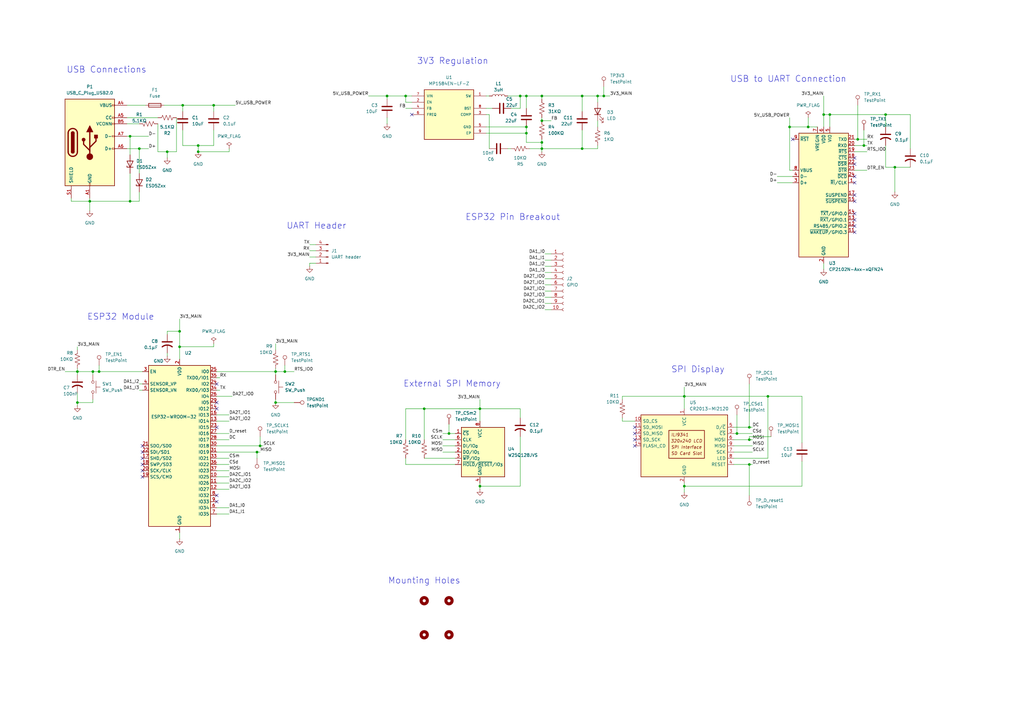
<source format=kicad_sch>
(kicad_sch (version 20250114) (generator "eeschema") (generator_version "9.0")
  (paper "A3")
  (text "USB Connections" (at 43.688 28.702 0) (effects (font (size 2.54 2.54))))
  (text "SPI Display" (at 286.258 151.638 0) (effects (font (size 2.54 2.54))))
  (text "3V3 Regulation\n" (at 185.674 25.146 0) (effects (font (size 2.54 2.54))))
  (text "ESP32 Pin Breakout" (at 210.312 89.154 0) (effects (font (size 2.54 2.54))))
  (text "USB to UART Connection" (at 323.342 32.512 0) (effects (font (size 2.54 2.54))))
  (text "UART Header\n" (at 129.794 92.71 0) (effects (font (size 2.54 2.54))))
  (text "External SPI Memory" (at 185.42 157.48 0) (effects (font (size 2.54 2.54))))
  (text "Mounting Holes\n" (at 173.99 238.252 0) (effects (font (size 2.54 2.54))))
  (text "ESP32 Module" (at 49.53 130.048 0) (effects (font (size 2.54 2.54))))
  (junction (at 81.28 59.69))
  (junction (at 184.15 177.8))
  (junction (at 247.65 39.37))
  (junction (at 38.1 152.4))
  (junction (at 307.34 180.34))
  (junction (at 31.75 152.4))
  (junction (at 81.28 62.23))
  (junction (at 215.9 52.07))
  (junction (at 87.63 43.18))
  (junction (at 74.93 43.18))
  (junction (at 73.66 142.24))
  (junction (at 68.58 62.23))
  (junction (at 340.36 46.99))
  (junction (at 53.34 55.88))
  (junction (at 323.85 52.07))
  (junction (at 215.9 54.61))
  (junction (at 196.85 167.64))
  (junction (at 116.84 152.4))
  (junction (at 215.9 39.37))
  (junction (at 222.25 39.37))
  (junction (at 57.15 60.96))
  (junction (at 106.68 182.88))
  (junction (at 158.75 39.37))
  (junction (at 222.25 58.42))
  (junction (at 363.22 46.99))
  (junction (at 113.03 165.1))
  (junction (at 222.25 60.96))
  (junction (at 166.37 39.37))
  (junction (at 113.03 152.4))
  (junction (at 196.85 199.39))
  (junction (at 173.99 167.64))
  (junction (at 354.33 59.69))
  (junction (at 31.75 165.1))
  (junction (at 73.66 135.89))
  (junction (at 307.34 175.26))
  (junction (at 302.26 177.8))
  (junction (at 222.25 49.53))
  (junction (at 331.47 52.07))
  (junction (at 36.83 82.55))
  (junction (at 40.64 152.4))
  (junction (at 105.41 185.42))
  (junction (at 307.34 190.5))
  (junction (at 213.36 39.37))
  (junction (at 280.67 199.39))
  (junction (at 245.11 39.37))
  (junction (at 351.79 57.15))
  (junction (at 238.76 39.37))
  (junction (at 367.03 68.58))
  (junction (at 238.76 60.96))
  (junction (at 280.67 162.56))
  (junction (at 53.34 82.55))
  (junction (at 337.82 46.99))
  (junction (at 314.96 162.56))
  (no_connect (at 350.52 80.01))
  (no_connect (at 260.35 177.8))
  (no_connect (at 260.35 182.88))
  (no_connect (at 58.42 195.58))
  (no_connect (at 350.52 87.63))
  (no_connect (at 350.52 72.39))
  (no_connect (at 168.91 46.99))
  (no_connect (at 350.52 74.93))
  (no_connect (at 88.9 157.48))
  (no_connect (at 350.52 67.31))
  (no_connect (at 325.12 57.15))
  (no_connect (at 88.9 167.64))
  (no_connect (at 350.52 82.55))
  (no_connect (at 260.35 175.26))
  (no_connect (at 88.9 203.2))
  (no_connect (at 350.52 95.25))
  (no_connect (at 88.9 165.1))
  (no_connect (at 58.42 193.04))
  (no_connect (at 58.42 187.96))
  (no_connect (at 260.35 180.34))
  (no_connect (at 58.42 182.88))
  (no_connect (at 350.52 64.77))
  (no_connect (at 58.42 190.5))
  (no_connect (at 350.52 92.71))
  (no_connect (at 58.42 185.42))
  (no_connect (at 88.9 205.74))
  (no_connect (at 88.9 175.26))
  (no_connect (at 350.52 90.17))
  (wire (pts (xy 113.03 152.4) (xy 113.03 153.67)))
  (wire (pts (xy 215.9 58.42) (xy 222.25 58.42)))
  (wire (pts (xy 87.63 140.97) (xy 87.63 142.24)))
  (wire (pts (xy 166.37 187.96) (xy 166.37 190.5)))
  (wire (pts (xy 127 102.87) (xy 129.54 102.87)))
  (wire (pts (xy 113.03 151.13) (xy 113.03 152.4)))
  (wire (pts (xy 40.64 149.86) (xy 40.64 152.4)))
  (wire (pts (xy 87.63 43.18) (xy 96.52 43.18)))
  (wire (pts (xy 280.67 198.12) (xy 280.67 199.39)))
  (wire (pts (xy 318.77 72.39) (xy 325.12 72.39)))
  (wire (pts (xy 158.75 48.26) (xy 158.75 50.8)))
  (wire (pts (xy 223.52 111.76) (xy 226.06 111.76)))
  (wire (pts (xy 181.61 180.34) (xy 186.69 180.34)))
  (wire (pts (xy 217.17 60.96) (xy 222.25 60.96)))
  (wire (pts (xy 199.39 54.61) (xy 215.9 54.61)))
  (wire (pts (xy 116.84 149.86) (xy 116.84 152.4)))
  (wire (pts (xy 222.25 58.42) (xy 222.25 60.96)))
  (wire (pts (xy 223.52 124.46) (xy 226.06 124.46)))
  (wire (pts (xy 68.58 137.16) (xy 68.58 135.89)))
  (wire (pts (xy 57.15 160.02) (xy 58.42 160.02)))
  (wire (pts (xy 245.11 59.69) (xy 245.11 60.96)))
  (wire (pts (xy 222.25 57.15) (xy 222.25 58.42)))
  (wire (pts (xy 68.58 135.89) (xy 73.66 135.89)))
  (wire (pts (xy 93.98 62.23) (xy 81.28 62.23)))
  (wire (pts (xy 200.66 46.99) (xy 199.39 46.99)))
  (wire (pts (xy 238.76 60.96) (xy 222.25 60.96)))
  (wire (pts (xy 280.67 162.56) (xy 280.67 167.64)))
  (wire (pts (xy 199.39 39.37) (xy 200.66 39.37)))
  (wire (pts (xy 307.34 190.5) (xy 307.34 203.2)))
  (wire (pts (xy 337.82 107.95) (xy 337.82 110.49)))
  (wire (pts (xy 72.39 48.26) (xy 72.39 62.23)))
  (wire (pts (xy 255.27 172.72) (xy 260.35 172.72)))
  (wire (pts (xy 307.34 179.07) (xy 307.34 180.34)))
  (wire (pts (xy 127 100.33) (xy 129.54 100.33)))
  (wire (pts (xy 88.9 185.42) (xy 105.41 185.42)))
  (wire (pts (xy 307.34 190.5) (xy 308.61 190.5)))
  (wire (pts (xy 53.34 55.88) (xy 53.34 63.5)))
  (wire (pts (xy 52.07 55.88) (xy 53.34 55.88)))
  (wire (pts (xy 29.21 82.55) (xy 36.83 82.55)))
  (wire (pts (xy 173.99 180.34) (xy 173.99 167.64)))
  (wire (pts (xy 213.36 44.45) (xy 213.36 39.37)))
  (wire (pts (xy 166.37 190.5) (xy 186.69 190.5)))
  (wire (pts (xy 88.9 172.72) (xy 93.98 172.72)))
  (wire (pts (xy 331.47 48.26) (xy 331.47 52.07)))
  (wire (pts (xy 88.9 195.58) (xy 93.98 195.58)))
  (wire (pts (xy 38.1 163.83) (xy 38.1 165.1)))
  (wire (pts (xy 350.52 59.69) (xy 354.33 59.69)))
  (wire (pts (xy 88.9 154.94) (xy 90.17 154.94)))
  (wire (pts (xy 36.83 82.55) (xy 36.83 86.36)))
  (wire (pts (xy 74.93 43.18) (xy 87.63 43.18)))
  (wire (pts (xy 367.03 68.58) (xy 367.03 78.74)))
  (wire (pts (xy 323.85 52.07) (xy 323.85 69.85)))
  (wire (pts (xy 247.65 35.56) (xy 247.65 39.37)))
  (wire (pts (xy 363.22 68.58) (xy 367.03 68.58)))
  (wire (pts (xy 88.9 152.4) (xy 113.03 152.4)))
  (wire (pts (xy 88.9 187.96) (xy 93.98 187.96)))
  (wire (pts (xy 222.25 49.53) (xy 226.06 49.53)))
  (wire (pts (xy 328.93 162.56) (xy 314.96 162.56)))
  (wire (pts (xy 57.15 157.48) (xy 58.42 157.48)))
  (wire (pts (xy 88.9 200.66) (xy 93.98 200.66)))
  (wire (pts (xy 38.1 165.1) (xy 31.75 165.1)))
  (wire (pts (xy 323.85 69.85) (xy 325.12 69.85)))
  (wire (pts (xy 81.28 59.69) (xy 87.63 59.69)))
  (wire (pts (xy 196.85 163.83) (xy 196.85 167.64)))
  (wire (pts (xy 223.52 121.92) (xy 226.06 121.92)))
  (wire (pts (xy 238.76 39.37) (xy 245.11 39.37)))
  (wire (pts (xy 302.26 177.8) (xy 308.61 177.8)))
  (wire (pts (xy 314.96 187.96) (xy 314.96 162.56)))
  (wire (pts (xy 300.99 187.96) (xy 314.96 187.96)))
  (wire (pts (xy 323.85 48.26) (xy 323.85 52.07)))
  (wire (pts (xy 337.82 46.99) (xy 337.82 52.07)))
  (wire (pts (xy 213.36 167.64) (xy 196.85 167.64)))
  (wire (pts (xy 314.96 162.56) (xy 280.67 162.56)))
  (wire (pts (xy 245.11 39.37) (xy 247.65 39.37)))
  (wire (pts (xy 213.36 171.45) (xy 213.36 167.64)))
  (wire (pts (xy 373.38 60.96) (xy 373.38 46.99)))
  (wire (pts (xy 307.34 157.48) (xy 307.34 175.26)))
  (wire (pts (xy 199.39 52.07) (xy 215.9 52.07)))
  (wire (pts (xy 351.79 43.18) (xy 351.79 57.15)))
  (wire (pts (xy 158.75 40.64) (xy 158.75 39.37)))
  (wire (pts (xy 222.25 60.96) (xy 222.25 62.23)))
  (wire (pts (xy 57.15 60.96) (xy 60.96 60.96)))
  (wire (pts (xy 106.68 182.88) (xy 107.95 182.88)))
  (wire (pts (xy 74.93 59.69) (xy 81.28 59.69)))
  (wire (pts (xy 213.36 199.39) (xy 196.85 199.39)))
  (wire (pts (xy 36.83 81.28) (xy 36.83 82.55)))
  (wire (pts (xy 255.27 163.83) (xy 255.27 162.56)))
  (wire (pts (xy 307.34 175.26) (xy 308.61 175.26)))
  (wire (pts (xy 350.52 62.23) (xy 355.6 62.23)))
  (wire (pts (xy 73.66 218.44) (xy 73.66 220.98)))
  (wire (pts (xy 223.52 114.3) (xy 226.06 114.3)))
  (wire (pts (xy 67.31 43.18) (xy 74.93 43.18)))
  (wire (pts (xy 53.34 71.12) (xy 53.34 82.55)))
  (wire (pts (xy 88.9 177.8) (xy 93.98 177.8)))
  (wire (pts (xy 354.33 53.34) (xy 354.33 59.69)))
  (wire (pts (xy 88.9 190.5) (xy 93.98 190.5)))
  (wire (pts (xy 222.25 39.37) (xy 215.9 39.37)))
  (wire (pts (xy 151.13 39.37) (xy 158.75 39.37)))
  (wire (pts (xy 255.27 171.45) (xy 255.27 172.72)))
  (wire (pts (xy 53.34 82.55) (xy 36.83 82.55)))
  (wire (pts (xy 215.9 52.07) (xy 215.9 54.61)))
  (wire (pts (xy 88.9 210.82) (xy 93.98 210.82)))
  (wire (pts (xy 105.41 185.42) (xy 106.68 185.42)))
  (wire (pts (xy 53.34 55.88) (xy 60.96 55.88)))
  (wire (pts (xy 38.1 152.4) (xy 38.1 153.67)))
  (wire (pts (xy 328.93 189.23) (xy 328.93 199.39)))
  (wire (pts (xy 52.07 60.96) (xy 57.15 60.96)))
  (wire (pts (xy 93.98 60.96) (xy 93.98 62.23)))
  (wire (pts (xy 52.07 50.8) (xy 57.15 50.8)))
  (wire (pts (xy 73.66 135.89) (xy 73.66 142.24)))
  (wire (pts (xy 208.28 60.96) (xy 209.55 60.96)))
  (wire (pts (xy 328.93 181.61) (xy 328.93 162.56)))
  (wire (pts (xy 120.65 165.1) (xy 113.03 165.1)))
  (wire (pts (xy 106.68 179.07) (xy 106.68 182.88)))
  (wire (pts (xy 26.67 152.4) (xy 31.75 152.4)))
  (wire (pts (xy 337.82 39.37) (xy 337.82 46.99)))
  (wire (pts (xy 87.63 53.34) (xy 87.63 59.69)))
  (wire (pts (xy 88.9 170.18) (xy 93.98 170.18)))
  (wire (pts (xy 300.99 185.42) (xy 308.61 185.42)))
  (wire (pts (xy 127 107.95) (xy 127 109.22)))
  (wire (pts (xy 88.9 162.56) (xy 95.25 162.56)))
  (wire (pts (xy 31.75 161.29) (xy 31.75 165.1)))
  (wire (pts (xy 215.9 54.61) (xy 215.9 58.42)))
  (wire (pts (xy 173.99 167.64) (xy 196.85 167.64)))
  (wire (pts (xy 87.63 142.24) (xy 73.66 142.24)))
  (wire (pts (xy 113.03 152.4) (xy 116.84 152.4)))
  (wire (pts (xy 52.07 48.26) (xy 64.77 48.26)))
  (wire (pts (xy 88.9 182.88) (xy 106.68 182.88)))
  (wire (pts (xy 331.47 52.07) (xy 335.28 52.07)))
  (wire (pts (xy 300.99 182.88) (xy 308.61 182.88)))
  (wire (pts (xy 87.63 43.18) (xy 87.63 45.72)))
  (wire (pts (xy 88.9 160.02) (xy 90.17 160.02)))
  (wire (pts (xy 88.9 198.12) (xy 93.98 198.12)))
  (wire (pts (xy 318.77 74.93) (xy 325.12 74.93)))
  (wire (pts (xy 373.38 46.99) (xy 363.22 46.99)))
  (wire (pts (xy 323.85 52.07) (xy 331.47 52.07)))
  (wire (pts (xy 300.99 190.5) (xy 307.34 190.5)))
  (wire (pts (xy 363.22 46.99) (xy 340.36 46.99)))
  (wire (pts (xy 184.15 173.99) (xy 184.15 177.8)))
  (wire (pts (xy 350.52 69.85) (xy 355.6 69.85)))
  (wire (pts (xy 68.58 62.23) (xy 68.58 64.77)))
  (wire (pts (xy 184.15 177.8) (xy 186.69 177.8)))
  (wire (pts (xy 166.37 180.34) (xy 166.37 167.64)))
  (wire (pts (xy 307.34 180.34) (xy 308.61 180.34)))
  (wire (pts (xy 223.52 106.68) (xy 226.06 106.68)))
  (wire (pts (xy 245.11 39.37) (xy 245.11 41.91)))
  (wire (pts (xy 88.9 208.28) (xy 93.98 208.28)))
  (wire (pts (xy 81.28 62.23) (xy 81.28 59.69)))
  (wire (pts (xy 196.85 199.39) (xy 196.85 200.66)))
  (wire (pts (xy 88.9 193.04) (xy 93.98 193.04)))
  (wire (pts (xy 88.9 180.34) (xy 93.98 180.34)))
  (wire (pts (xy 302.26 170.18) (xy 302.26 177.8)))
  (wire (pts (xy 245.11 60.96) (xy 238.76 60.96)))
  (wire (pts (xy 57.15 82.55) (xy 53.34 82.55)))
  (wire (pts (xy 300.99 177.8) (xy 302.26 177.8)))
  (wire (pts (xy 74.93 53.34) (xy 74.93 59.69)))
  (wire (pts (xy 181.61 182.88) (xy 186.69 182.88)))
  (wire (pts (xy 238.76 53.34) (xy 238.76 60.96)))
  (wire (pts (xy 351.79 57.15) (xy 355.6 57.15)))
  (wire (pts (xy 64.77 50.8) (xy 64.77 62.23)))
  (wire (pts (xy 208.28 39.37) (xy 213.36 39.37)))
  (wire (pts (xy 72.39 62.23) (xy 68.58 62.23)))
  (wire (pts (xy 373.38 68.58) (xy 367.03 68.58)))
  (wire (pts (xy 280.67 199.39) (xy 280.67 201.93)))
  (wire (pts (xy 363.22 59.69) (xy 363.22 68.58)))
  (wire (pts (xy 245.11 49.53) (xy 245.11 52.07)))
  (wire (pts (xy 223.52 109.22) (xy 226.06 109.22)))
  (wire (pts (xy 74.93 43.18) (xy 74.93 45.72)))
  (wire (pts (xy 31.75 151.13) (xy 31.75 152.4)))
  (wire (pts (xy 31.75 142.24) (xy 31.75 143.51)))
  (wire (pts (xy 73.66 142.24) (xy 73.66 147.32)))
  (wire (pts (xy 363.22 52.07) (xy 363.22 46.99)))
  (wire (pts (xy 223.52 127) (xy 226.06 127)))
  (wire (pts (xy 166.37 167.64) (xy 173.99 167.64)))
  (wire (pts (xy 166.37 44.45) (xy 168.91 44.45)))
  (wire (pts (xy 68.58 62.23) (xy 64.77 62.23)))
  (wire (pts (xy 316.23 179.07) (xy 307.34 179.07)))
  (wire (pts (xy 238.76 45.72) (xy 238.76 39.37)))
  (wire (pts (xy 200.66 60.96) (xy 200.66 46.99)))
  (wire (pts (xy 300.99 180.34) (xy 307.34 180.34)))
  (wire (pts (xy 116.84 152.4) (xy 120.65 152.4)))
  (wire (pts (xy 247.65 39.37) (xy 250.19 39.37)))
  (wire (pts (xy 328.93 199.39) (xy 280.67 199.39)))
  (wire (pts (xy 158.75 39.37) (xy 166.37 39.37)))
  (wire (pts (xy 113.03 140.97) (xy 113.03 143.51)))
  (wire (pts (xy 52.07 43.18) (xy 59.69 43.18)))
  (wire (pts (xy 68.58 144.78) (xy 68.58 146.05)))
  (wire (pts (xy 223.52 116.84) (xy 226.06 116.84)))
  (wire (pts (xy 113.03 163.83) (xy 113.03 165.1)))
  (wire (pts (xy 199.39 44.45) (xy 201.93 44.45)))
  (wire (pts (xy 280.67 158.75) (xy 280.67 162.56)))
  (wire (pts (xy 168.91 41.91) (xy 166.37 41.91)))
  (wire (pts (xy 350.52 57.15) (xy 351.79 57.15)))
  (wire (pts (xy 181.61 177.8) (xy 184.15 177.8)))
  (wire (pts (xy 31.75 152.4) (xy 38.1 152.4)))
  (wire (pts (xy 166.37 39.37) (xy 168.91 39.37)))
  (wire (pts (xy 105.41 185.42) (xy 105.41 187.96)))
  (wire (pts (xy 215.9 44.45) (xy 215.9 39.37)))
  (wire (pts (xy 209.55 44.45) (xy 213.36 44.45)))
  (wire (pts (xy 196.85 167.64) (xy 196.85 172.72)))
  (wire (pts (xy 340.36 46.99) (xy 340.36 52.07)))
  (wire (pts (xy 166.37 41.91) (xy 166.37 39.37)))
  (wire (pts (xy 196.85 198.12) (xy 196.85 199.39)))
  (wire (pts (xy 127 105.41) (xy 129.54 105.41)))
  (wire (pts (xy 181.61 185.42) (xy 186.69 185.42)))
  (wire (pts (xy 129.54 107.95) (xy 127 107.95)))
  (wire (pts (xy 31.75 152.4) (xy 31.75 153.67)))
  (wire (pts (xy 38.1 152.4) (xy 40.64 152.4)))
  (wire (pts (xy 57.15 60.96) (xy 57.15 71.12)))
  (wire (pts (xy 213.36 179.07) (xy 213.36 199.39)))
  (wire (pts (xy 57.15 78.74) (xy 57.15 82.55)))
  (wire (pts (xy 173.99 187.96) (xy 186.69 187.96)))
  (wire (pts (xy 340.36 46.99) (xy 337.82 46.99)))
  (wire (pts (xy 29.21 81.28) (xy 29.21 82.55)))
  (wire (pts (xy 255.27 162.56) (xy 280.67 162.56)))
  (wire (pts (xy 40.64 152.4) (xy 58.42 152.4)))
  (wire (pts (xy 73.66 130.81) (xy 73.66 135.89)))
  (wire (pts (xy 222.25 48.26) (xy 222.25 49.53)))
  (wire (pts (xy 223.52 119.38) (xy 226.06 119.38)))
  (wire (pts (xy 222.25 39.37) (xy 238.76 39.37)))
  (wire (pts (xy 213.36 39.37) (xy 215.9 39.37)))
  (wire (pts (xy 223.52 104.14) (xy 226.06 104.14)))
  (wire (pts (xy 354.33 59.69) (xy 355.6 59.69)))
  (wire (pts (xy 222.25 39.37) (xy 222.25 40.64)))
  (wire (pts (xy 31.75 165.1) (xy 31.75 166.37)))
  (wire (pts (xy 300.99 175.26) (xy 307.34 175.26)))
  (label "3V3_MAIN" (at 196.85 163.83 180))
  (label "3V3_MAIN" (at 280.67 158.75 0))
  (label "CSm" (at 93.98 187.96 0))
  (label "DTR_EN" (at 355.6 69.85 0))
  (label "MISO" (at 106.68 185.42 0))
  (label "RX" (at 127 102.87 180))
  (label "MOSI" (at 181.61 182.88 180))
  (label "DA2C_IO2" (at 93.98 198.12 0))
  (label "CSm" (at 181.61 177.8 180))
  (label "DA2T_IO3" (at 223.52 121.92 180))
  (label "DA1_I0" (at 223.52 104.14 180))
  (label "RTS_IO0" (at 120.65 152.4 0))
  (label "D_reset" (at 93.98 177.8 0))
  (label "MOSI" (at 308.61 180.34 0))
  (label "CSd" (at 308.61 177.8 0))
  (label "RX" (at 355.6 57.15 0))
  (label "FB" (at 226.06 49.53 0))
  (label "DTR_EN" (at 26.67 152.4 180))
  (label "DC" (at 308.61 175.26 0))
  (label "3V3_MAIN" (at 250.19 39.37 0))
  (label "MISO" (at 308.61 182.88 0))
  (label "DC" (at 93.98 180.34 0))
  (label "5V_USB_POWER" (at 96.52 43.18 0))
  (label "DA1_I1" (at 93.98 210.82 0))
  (label "RX" (at 90.17 154.94 0))
  (label "DA2T_IO3" (at 93.98 200.66 0))
  (label "DA1_I3" (at 223.52 111.76 180))
  (label "DA2T_IO0" (at 223.52 114.3 180))
  (label "DA1_I0" (at 93.98 208.28 0))
  (label "3V3_MAIN" (at 73.66 130.81 0))
  (label "D_reset" (at 308.61 190.5 0))
  (label "5V_USB_POWER" (at 151.13 39.37 180))
  (label "DA1_I1" (at 223.52 106.68 180))
  (label "5V_USB_POWER" (at 323.85 48.26 180))
  (label "CSd" (at 93.98 190.5 0))
  (label "SCLK" (at 308.61 185.42 0))
  (label "DA2C_IO2" (at 223.52 127 180))
  (label "FB" (at 166.37 44.45 180))
  (label "D+" (at 60.96 60.96 0))
  (label "TX" (at 355.6 59.69 0))
  (label "DA2T_IO1" (at 223.52 116.84 180))
  (label "DA2C_IO1" (at 93.98 195.58 0))
  (label "DA1_I3" (at 57.15 160.02 180))
  (label "D+" (at 318.77 74.93 180))
  (label "SCLK" (at 181.61 180.34 180))
  (label "DA2T_IO2" (at 93.98 172.72 0))
  (label "D-" (at 60.96 55.88 0))
  (label "DA2T_IO1" (at 93.98 170.18 0))
  (label "RTS_IO0" (at 355.6 62.23 0))
  (label "MOSI" (at 93.98 193.04 0))
  (label "DA2T_IO0" (at 95.25 162.56 0))
  (label "DA1_I2" (at 223.52 109.22 180))
  (label "DA2C_IO1" (at 223.52 124.46 180))
  (label "DA2T_IO2" (at 223.52 119.38 180))
  (label "3V3_MAIN" (at 31.75 142.24 0))
  (label "TX" (at 90.17 160.02 0))
  (label "MISO" (at 181.61 185.42 180))
  (label "DA1_I2" (at 57.15 157.48 180))
  (label "D-" (at 318.77 72.39 180))
  (label "3V3_MAIN" (at 113.03 140.97 0))
  (label "3V3_MAIN" (at 337.82 39.37 180))
  (label "TX" (at 127 100.33 180))
  (label "3V3_MAIN" (at 127 105.41 180))
  (label "SCLK" (at 107.95 182.88 0))
  (symbol (lib_id "Mechanical:MountingHole") (at 173.99 260.35 0) (unit 1) (in_bom no)
    (property "Reference" "H3" (effects (hide yes)))
    (property "Value" "MountingHole" (effects (hide yes)))
    (property "Footprint" "MountingHole:MountingHole_3.2mm_M3_Pad" (effects (hide yes)))
    (property "Description" "Mounting Hole without connection" (effects (hide yes)))
  )
  (symbol (lib_id "RF_Module:ESP32-WROOM-32") (at 73.66 182.88 0) (unit 1)
    (property "Reference" "U2" (at 75.8033 144.78 0) (effects (justify left)))
    (property "Value" "ESP32-WROOM-32" (at 61.976 170.942 0) (effects (justify left)))
    (property "Footprint" "RF_Module:ESP32-WROOM-32" (effects (hide yes)))
    (property "Datasheet" "https://www.espressif.com/sites/default/files/documentation/esp32-wroom-32_datasheet_en.pdf" (effects (hide yes)))
    (property "Description" "RF Module, ESP32-D0WDQ6 SoC, Wi-Fi 802.11b/g/n, Bluetooth, BLE, 32-bit, 2.7-3.6V, onboard antenna, SMD" (effects (hide yes)))
  )
  (symbol (lib_id "Device:C") (at 238.76 49.53 0) (mirror y) (unit 1)
    (property "Reference" "C11" (at 234.95 48.2599 0) (effects (justify left)))
    (property "Value" "22uF" (at 234.95 50.7999 0) (effects (justify left)))
    (property "Footprint" "Capacitor_Tantalum_SMD:CP_EIA-1608-10_AVX-L" (effects (hide yes)))
    (property "Description" "Unpolarized capacitor" (effects (hide yes)))
  )
  (symbol (lib_id "power:GND") (at 222.25 62.23 0) (unit 1)
    (property "Reference" "#PWR04" (effects (hide yes)))
    (property "Value" "GND" (at 222.25 67.31 0))
    (property "Description" "Power symbol creates a global label with name \"GND\" , ground" (effects (hide yes)))
  )
  (symbol (lib_id "power:GND") (at 113.03 165.1 0) (unit 1)
    (property "Reference" "#PWR09" (effects (hide yes)))
    (property "Value" "GND" (at 113.03 170.18 0))
    (property "Description" "Power symbol creates a global label with name \"GND\" , ground" (effects (hide yes)))
  )
  (symbol (lib_id "Connector:Conn_01x04_Pin") (at 134.62 105.41 180) (unit 1)
    (property "Reference" "J1" (at 135.89 102.8699 0) (effects (justify right)))
    (property "Value" "UART header" (at 135.89 105.4099 0) (effects (justify right)))
    (property "Footprint" "Connector_PinHeader_2.54mm:PinHeader_1x04_P2.54mm_Vertical" (effects (hide yes)))
    (property "Description" "Generic connector, single row, 01x04, script generated" (effects (hide yes)))
  )
  (symbol (lib_id "power:GND") (at 31.75 166.37 0) (unit 1)
    (property "Reference" "#PWR03" (effects (hide yes)))
    (property "Value" "GND" (at 31.75 171.45 0))
    (property "Description" "Power symbol creates a global label with name \"GND\" , ground" (effects (hide yes)))
  )
  (symbol (lib_id "Device:C_US") (at 31.75 157.48 0) (unit 1)
    (property "Reference" "C7" (at 25.908 159.004 0) (effects (justify left)))
    (property "Value" "100nF" (at 25.908 161.544 0) (effects (justify left)))
    (property "Footprint" "Capacitor_Tantalum_SMD:CP_EIA-1608-10_AVX-L" (effects (hide yes)))
    (property "Description" "capacitor, US symbol" (effects (hide yes)))
  )
  (symbol (lib_id "Device:C") (at 158.75 44.45 0) (mirror y) (unit 1)
    (property "Reference" "C3" (at 154.94 43.1799 0) (effects (justify left)))
    (property "Value" "10uF" (at 154.94 45.7199 0) (effects (justify left)))
    (property "Footprint" "Capacitor_Tantalum_SMD:CP_EIA-1608-10_AVX-L" (effects (hide yes)))
    (property "Description" "Unpolarized capacitor" (effects (hide yes)))
  )
  (symbol (lib_id "Connector:TestPoint") (at 120.65 165.1 270) (unit 1)
    (property "Reference" "TPGND1" (at 125.73 163.8299 90) (effects (justify left)))
    (property "Value" "TestPoint" (at 125.73 166.3699 90) (effects (justify left)))
    (property "Footprint" "TestPoint:TestPoint_Keystone_5000-5004_Miniature" (effects (hide yes)))
    (property "Description" "test point" (effects (hide yes)))
  )
  (symbol (lib_id "power:GND") (at 337.82 110.49 0) (unit 1)
    (property "Reference" "#PWR011" (effects (hide yes)))
    (property "Value" "GND" (at 337.82 115.57 0))
    (property "Description" "Power symbol creates a global label with name \"GND\" , ground" (effects (hide yes)))
  )
  (symbol (lib_id "Diode:ESD5Zxx") (at 53.34 67.31 90) (unit 1)
    (property "Reference" "D1" (at 55.88 66.0399 90) (effects (justify right)))
    (property "Value" "ESD5Zxx" (at 55.88 68.5799 90) (effects (justify right)))
    (property "Footprint" "Diode_SMD:D_SOD-523" (effects (hide yes)))
    (property "Datasheet" "https://www.onsemi.com/pdf/datasheet/esd5z2.5t1-d.pdf" (effects (hide yes)))
    (property "Description" "ESD Protection Diode, SOD-523" (effects (hide yes)))
  )
  (symbol (lib_id "Device:C") (at 328.93 185.42 0) (mirror y) (unit 1)
    (property "Reference" "C13" (at 325.12 184.1499 0) (effects (justify left)))
    (property "Value" "10uF" (at 325.12 186.6899 0) (effects (justify left)))
    (property "Footprint" "Capacitor_Tantalum_SMD:CP_EIA-1608-10_AVX-L" (effects (hide yes)))
    (property "Description" "Unpolarized capacitor" (effects (hide yes)))
  )
  (symbol (lib_id "Device:R_US") (at 222.25 44.45 0) (unit 1)
    (property "Reference" "R3" (at 224.79 43.1799 0) (effects (justify left)))
    (property "Value" "31KΩ" (at 224.79 45.7199 0) (effects (justify left)))
    (property "Footprint" "Resistor_SMD:R_0201_0603Metric" (effects (hide yes)))
    (property "Description" "Resistor, US symbol" (effects (hide yes)))
  )
  (symbol (lib_id "Switch:SW_Push") (at 113.03 158.75 270) (unit 1)
    (property "Reference" "SW2" (at 116.84 157.4799 90) (effects (justify left)))
    (property "Value" "SW_Push" (at 116.84 160.0199 90) (effects (justify left)))
    (property "Footprint" "Button_Switch_SMD:SW_Push_SPST_NO_Alps_SKRK" (effects (hide yes)))
    (property "Description" "Push button switch, generic, two pins" (effects (hide yes)))
  )
  (symbol (lib_id "Device:C_US") (at 373.38 64.77 0) (unit 1)
    (property "Reference" "C10" (at 377.19 63.7539 0) (effects (justify left)))
    (property "Value" "0.1µF" (at 377.19 66.2939 0) (effects (justify left)))
    (property "Footprint" "Capacitor_Tantalum_SMD:CP_EIA-1608-10_AVX-L" (effects (hide yes)))
    (property "Description" "capacitor, US symbol" (effects (hide yes)))
  )
  (symbol (lib_id "Device:LED") (at 245.11 45.72 90) (unit 1)
    (property "Reference" "D3" (at 248.92 46.0374 90) (effects (justify right)))
    (property "Value" "LED" (at 248.92 48.5774 90) (effects (justify right)))
    (property "Footprint" "LED_SMD:LED_0402_1005Metric" (effects (hide yes)))
    (property "Description" "Light emitting diode" (effects (hide yes)))
    (property "Sim.Pins" "1=K 2=A" (effects (hide yes)))
  )
  (symbol (lib_id "Device:R_US") (at 245.11 55.88 0) (unit 1)
    (property "Reference" "R6" (at 247.65 54.6099 0) (effects (justify left)))
    (property "Value" "1KΩ" (at 247.65 57.1499 0) (effects (justify left)))
    (property "Footprint" "Resistor_SMD:R_0201_0603Metric" (effects (hide yes)))
    (property "Description" "Resistor, US symbol" (effects (hide yes)))
  )
  (symbol (lib_id "Mechanical:MountingHole") (at 173.99 246.38 0) (unit 1) (in_bom no)
    (property "Reference" "H1" (effects (hide yes)))
    (property "Value" "MountingHole" (effects (hide yes)))
    (property "Footprint" "MountingHole:MountingHole_3.2mm_M3_Pad" (effects (hide yes)))
    (property "Description" "Mounting Hole without connection" (effects (hide yes)))
  )
  (symbol (lib_id "Device:R_US") (at 31.75 147.32 0) (mirror y) (unit 1)
    (property "Reference" "R8" (at 29.972 144.78 0) (effects (justify left)))
    (property "Value" "10KΩ" (at 29.972 147.32 0) (effects (justify left)))
    (property "Footprint" "Resistor_SMD:R_0201_0603Metric" (effects (hide yes)))
    (property "Description" "Resistor, US symbol" (effects (hide yes)))
  )
  (symbol (lib_id "Device:R_US") (at 173.99 184.15 0) (mirror y) (unit 1)
    (property "Reference" "R10" (at 172.72 178.816 0) (effects (justify left)))
    (property "Value" "10KΩ" (at 172.72 181.356 0) (effects (justify left)))
    (property "Footprint" "Resistor_SMD:R_0201_0603Metric" (effects (hide yes)))
    (property "Description" "Resistor, US symbol" (effects (hide yes)))
  )
  (symbol (lib_id "power:GND") (at 68.58 146.05 0) (mirror y) (unit 1)
    (property "Reference" "#PWR08" (effects (hide yes)))
    (property "Value" "GND" (at 65.024 148.082 0))
    (property "Description" "Power symbol creates a global label with name \"GND\" , ground" (effects (hide yes)))
  )
  (symbol (lib_id "Diode:ESD5Zxx") (at 57.15 74.93 90) (unit 1)
    (property "Reference" "D2" (at 59.69 73.6599 90) (effects (justify right)))
    (property "Value" "ESD5Zxx" (at 59.69 76.1999 90) (effects (justify right)))
    (property "Footprint" "Diode_SMD:D_SOD-523" (effects (hide yes)))
    (property "Datasheet" "https://www.onsemi.com/pdf/datasheet/esd5z2.5t1-d.pdf" (effects (hide yes)))
    (property "Description" "ESD Protection Diode, SOD-523" (effects (hide yes)))
  )
  (symbol (lib_id "Device:C_US") (at 363.22 55.88 0) (unit 1)
    (property "Reference" "C9" (at 367.03 54.8639 0) (effects (justify left)))
    (property "Value" "0.1µF" (at 367.03 57.4039 0) (effects (justify left)))
    (property "Footprint" "Capacitor_Tantalum_SMD:CP_EIA-1608-10_AVX-L" (effects (hide yes)))
    (property "Description" "capacitor, US symbol" (effects (hide yes)))
  )
  (symbol (lib_id "Connector:TestPoint") (at 316.23 179.07 0) (unit 1)
    (property "Reference" "TP_MOSI1" (at 318.77 174.4979 0) (effects (justify left)))
    (property "Value" "TestPoint" (at 318.77 177.0379 0) (effects (justify left)))
    (property "Footprint" "TestPoint:TestPoint_Keystone_5000-5004_Miniature" (effects (hide yes)))
    (property "Description" "test point" (effects (hide yes)))
  )
  (symbol (lib_id "Interface_USB:CP2102N-Axx-xQFN24") (at 337.82 80.01 0) (unit 1)
    (property "Reference" "U3" (at 339.9633 107.95 0) (effects (justify left)))
    (property "Value" "CP2102N-Axx-xQFN24" (at 339.9633 110.49 0) (effects (justify left)))
    (property "Footprint" "Package_DFN_QFN:QFN-24-1EP_4x4mm_P0.5mm_EP2.6x2.6mm" (effects (hide yes)))
    (property "Datasheet" "https://www.silabs.com/documents/public/data-sheets/cp2102n-datasheet.pdf" (effects (hide yes)))
    (property "Description" "USB to UART master bridge, QFN-24" (effects (hide yes)))
  )
  (symbol (lib_id "Memory_Flash:W25Q128JVS") (at 196.85 185.42 0) (unit 1)
    (property "Reference" "U4" (at 208.28 184.1499 0) (effects (justify left)))
    (property "Value" "W25Q128JVS" (at 208.28 186.6899 0) (effects (justify left)))
    (property "Footprint" "Package_SO:SOIC-8_5.3x5.3mm_P1.27mm" (effects (hide yes)))
    (property "Datasheet" "https://www.winbond.com/resource-files/w25q128jv_dtr%20revc%2003272018%20plus.pdf" (effects (hide yes)))
    (property "Description" "128Mbit / 16MiB Serial Flash Memory, Standard/Dual/Quad SPI, 2.7-3.6V, SOIC-8" (effects (hide yes)))
  )
  (symbol (lib_id "Device:C") (at 204.47 60.96 90) (mirror x) (unit 1)
    (property "Reference" "C6" (at 202.692 65.278 90) (effects (justify left)))
    (property "Value" "10nF" (at 202.692 62.738 90) (effects (justify left)))
    (property "Footprint" "Capacitor_Tantalum_SMD:CP_EIA-1608-10_AVX-L" (effects (hide yes)))
    (property "Description" "Unpolarized capacitor" (effects (hide yes)))
  )
  (symbol (lib_id "Device:C") (at 205.74 44.45 270) (mirror x) (unit 1)
    (property "Reference" "C5" (at 207.518 40.64 90) (effects (justify left)))
    (property "Value" "22uF" (at 207.518 43.18 90) (effects (justify left)))
    (property "Footprint" "Capacitor_Tantalum_SMD:CP_EIA-1608-10_AVX-L" (effects (hide yes)))
    (property "Description" "Unpolarized capacitor" (effects (hide yes)))
  )
  (symbol (lib_id "Device:L") (at 204.47 39.37 90) (unit 1)
    (property "Reference" "L1" (at 204.47 34.29 90))
    (property "Value" "3uH" (at 204.47 36.83 90))
    (property "Footprint" "Inductor_SMD:L_Coilcraft_MSS1246H-XXX" (effects (hide yes)))
    (property "Description" "Inductor" (effects (hide yes)))
  )
  (symbol (lib_id "Connector:TestPoint") (at 247.65 35.56 0) (unit 1)
    (property "Reference" "TP3V3" (at 250.19 30.9879 0) (effects (justify left)))
    (property "Value" "TestPoint" (at 250.19 33.5279 0) (effects (justify left)))
    (property "Footprint" "TestPoint:TestPoint_Keystone_5000-5004_Miniature" (effects (hide yes)))
    (property "Description" "test point" (effects (hide yes)))
  )
  (symbol (lib_id "power:GND") (at 280.67 201.93 0) (unit 1)
    (property "Reference" "#PWR014" (effects (hide yes)))
    (property "Value" "GND" (at 280.67 207.01 0))
    (property "Description" "Power symbol creates a global label with name \"GND\" , ground" (effects (hide yes)))
  )
  (symbol (lib_id "MP1584EN_Buck_convertor:MP1584EN-LF-Z") (at 184.15 46.99 0) (unit 1)
    (property "Reference" "U1" (at 184.15 31.75 0))
    (property "Value" "MP1584EN-LF-Z" (at 184.15 34.29 0))
    (property "Footprint" "MP1584EN_Buck_convertor:MP1584EN_Buck_convertor" (effects (hide yes)))
    (property "MF" "Monolithic Power Systems" (effects (hide yes)))
    (property "Description_1" "Buck Switching Regulator IC Positive Adjustable 0.8V 1 Output 3A 8-SOIC (0.154, 3.90mm Width) Exposed Pad" (effects (hide yes)))
    (property "PACKAGE" "SOIC-8" (effects (hide yes)))
    (property "PRICE" "2.72 USD" (effects (hide yes)))
    (property "Package" "SOIC-8 Monolithic Power Systems" (effects (hide yes)))
    (property "Check_prices" "https://www.snapeda.com/parts/MP1584ENLFZ/Monolithic+Power+Systems/view-part/?ref=eda" (effects (hide yes)))
    (property "STANDARD" "IPC-7351B" (effects (hide yes)))
    (property "SnapEDA_Link" "https://www.snapeda.com/parts/MP1584ENLFZ/Monolithic+Power+Systems/view-part/?ref=snap" (effects (hide yes)))
    (property "MP" "MP1584ENLFZ" (effects (hide yes)))
    (property "Availability" "In Stock" (effects (hide yes)))
    (property "Price" "None" (effects (hide yes)))
    (property "MANUFACTURER" "Monolithic Power Systems" (effects (hide yes)))
  )
  (symbol (lib_id "Device:C") (at 87.63 49.53 0) (unit 1)
    (property "Reference" "C2" (at 91.44 48.2599 0) (effects (justify left)))
    (property "Value" "0.1uF" (at 91.44 50.7999 0) (effects (justify left)))
    (property "Footprint" "Capacitor_Tantalum_SMD:CP_EIA-1608-10_AVX-L" (effects (hide yes)))
    (property "Description" "Unpolarized capacitor" (effects (hide yes)))
  )
  (symbol (lib_id "Connector:TestPoint") (at 184.15 173.99 0) (unit 1)
    (property "Reference" "TP_CSm2" (at 186.69 169.4179 0) (effects (justify left)))
    (property "Value" "TestPoint" (at 186.69 171.9579 0) (effects (justify left)))
    (property "Footprint" "TestPoint:TestPoint_Keystone_5000-5004_Miniature" (effects (hide yes)))
    (property "Description" "test point" (effects (hide yes)))
  )
  (symbol (lib_id "Connector:TestPoint") (at 351.79 43.18 0) (unit 1)
    (property "Reference" "TP_RX1" (at 354.33 38.6079 0) (effects (justify left)))
    (property "Value" "TestPoint" (at 354.33 41.1479 0) (effects (justify left)))
    (property "Footprint" "TestPoint:TestPoint_Keystone_5000-5004_Miniature" (effects (hide yes)))
    (property "Description" "test point" (effects (hide yes)))
  )
  (symbol (lib_id "Connector:TestPoint") (at 116.84 149.86 0) (unit 1)
    (property "Reference" "TP_RTS1" (at 119.38 145.2879 0) (effects (justify left)))
    (property "Value" "TestPoint" (at 119.38 147.8279 0) (effects (justify left)))
    (property "Footprint" "TestPoint:TestPoint_Keystone_5000-5004_Miniature" (effects (hide yes)))
    (property "Description" "test point" (effects (hide yes)))
  )
  (symbol (lib_id "Switch:SW_Push") (at 38.1 158.75 270) (unit 1)
    (property "Reference" "SW1" (at 41.91 157.4799 90) (effects (justify left)))
    (property "Value" "SW_Push" (at 41.91 160.0199 90) (effects (justify left)))
    (property "Footprint" "Button_Switch_SMD:SW_Push_SPST_NO_Alps_SKRK" (effects (hide yes)))
    (property "Description" "Push button switch, generic, two pins" (effects (hide yes)))
  )
  (symbol (lib_id "Connector:TestPoint") (at 354.33 53.34 0) (unit 1)
    (property "Reference" "TP_TX1" (at 356.87 48.7679 0) (effects (justify left)))
    (property "Value" "TestPoint" (at 356.87 51.3079 0) (effects (justify left)))
    (property "Footprint" "TestPoint:TestPoint_Keystone_5000-5004_Miniature" (effects (hide yes)))
    (property "Description" "test point" (effects (hide yes)))
  )
  (symbol (lib_id "power:GND") (at 196.85 200.66 0) (unit 1)
    (property "Reference" "#PWR013" (effects (hide yes)))
    (property "Value" "GND" (at 196.85 205.74 0))
    (property "Description" "Power symbol creates a global label with name \"GND\" , ground" (effects (hide yes)))
  )
  (symbol (lib_id "Device:C_US") (at 68.58 140.97 0) (mirror y) (unit 1)
    (property "Reference" "C8" (at 64.77 139.9539 0) (effects (justify left)))
    (property "Value" "0.1µF" (at 64.77 142.4939 0) (effects (justify left)))
    (property "Footprint" "Capacitor_Tantalum_SMD:CP_EIA-1608-10_AVX-L" (effects (hide yes)))
    (property "Description" "capacitor, US symbol" (effects (hide yes)))
  )
  (symbol (lib_id "power:GND") (at 73.66 220.98 0) (unit 1)
    (property "Reference" "#PWR05" (effects (hide yes)))
    (property "Value" "GND" (at 73.66 226.06 0))
    (property "Description" "Power symbol creates a global label with name \"GND\" , ground" (effects (hide yes)))
  )
  (symbol (lib_id "Connector:TestPoint") (at 307.34 157.48 0) (unit 1)
    (property "Reference" "TP_DC1" (at 309.88 152.9079 0) (effects (justify left)))
    (property "Value" "TestPoint" (at 309.88 155.4479 0) (effects (justify left)))
    (property "Footprint" "TestPoint:TestPoint_Keystone_5000-5004_Miniature" (effects (hide yes)))
    (property "Description" "test point" (effects (hide yes)))
  )
  (symbol (lib_id "Driver_Display:CR2013-MI2120") (at 280.67 182.88 0) (unit 1)
    (property "Reference" "U5" (at 282.8133 165.1 0) (effects (justify left)))
    (property "Value" "CR2013-MI2120" (at 282.8133 167.64 0) (effects (justify left)))
    (property "Footprint" "Display:CR2013-MI2120" (effects (hide yes)))
    (property "Datasheet" "http://pan.baidu.com/s/11Y990" (effects (hide yes)))
    (property "Description" "ILI9341 controller, SPI TFT LCD Display, 9-pin breakout PCB, 4-pin SD card interface, 5V/3.3V" (effects (hide yes)))
  )
  (symbol (lib_id "Device:R_US") (at 166.37 184.15 0) (mirror y) (unit 1)
    (property "Reference" "R7" (at 165.1 178.816 0) (effects (justify left)))
    (property "Value" "10KΩ" (at 165.1 181.356 0) (effects (justify left)))
    (property "Footprint" "Resistor_SMD:R_0201_0603Metric" (effects (hide yes)))
    (property "Description" "Resistor, US symbol" (effects (hide yes)))
  )
  (symbol (lib_id "Device:C_US") (at 213.36 175.26 0) (unit 1)
    (property "Reference" "C12" (at 217.17 174.2439 0) (effects (justify left)))
    (property "Value" "0.1µF" (at 217.17 176.7839 0) (effects (justify left)))
    (property "Footprint" "Capacitor_Tantalum_SMD:CP_EIA-1608-10_AVX-L" (effects (hide yes)))
    (property "Description" "capacitor, US symbol" (effects (hide yes)))
  )
  (symbol (lib_id "Device:R_US") (at 255.27 167.64 0) (mirror y) (unit 1)
    (property "Reference" "R11" (at 254 162.306 0) (effects (justify left)))
    (property "Value" "10KΩ" (at 254 164.846 0) (effects (justify left)))
    (property "Footprint" "Resistor_SMD:R_0201_0603Metric" (effects (hide yes)))
    (property "Description" "Resistor, US symbol" (effects (hide yes)))
  )
  (symbol (lib_id "power:GND") (at 68.58 64.77 0) (unit 1)
    (property "Reference" "#PWR07" (effects (hide yes)))
    (property "Value" "GND" (at 68.58 69.85 0))
    (property "Description" "Power symbol creates a global label with name \"GND\" , ground" (effects (hide yes)))
  )
  (symbol (lib_id "Connector:Conn_01x10_Socket") (at 231.14 114.3 0) (unit 1)
    (property "Reference" "J2" (at 232.41 114.2999 0) (effects (justify left)))
    (property "Value" "GPIO" (at 232.41 116.8399 0) (effects (justify left)))
    (property "Footprint" "Connector_PinHeader_2.54mm:PinHeader_1x10_P2.54mm_Vertical" (effects (hide yes)))
    (property "Description" "Generic connector, single row, 01x10, script generated" (effects (hide yes)))
  )
  (symbol (lib_id "Device:C") (at 215.9 48.26 0) (mirror y) (unit 1)
    (property "Reference" "C4" (at 212.09 46.9899 0) (effects (justify left)))
    (property "Value" "22uF" (at 212.09 49.5299 0) (effects (justify left)))
    (property "Footprint" "Capacitor_Tantalum_SMD:CP_EIA-1608-10_AVX-L" (effects (hide yes)))
    (property "Description" "Unpolarized capacitor" (effects (hide yes)))
  )
  (symbol (lib_id "Device:R_US") (at 222.25 53.34 0) (unit 1)
    (property "Reference" "R4" (at 224.79 52.0699 0) (effects (justify left)))
    (property "Value" "100KΩ" (at 224.79 54.6099 0) (effects (justify left)))
    (property "Footprint" "Resistor_SMD:R_0201_0603Metric" (effects (hide yes)))
    (property "Description" "Resistor, US symbol" (effects (hide yes)))
  )
  (symbol (lib_id "power:GND") (at 127 109.22 0) (unit 1)
    (property "Reference" "#PWR010" (effects (hide yes)))
    (property "Value" "GND" (at 127 114.3 0))
    (property "Description" "Power symbol creates a global label with name \"GND\" , ground" (effects (hide yes)))
  )
  (symbol (lib_id "power:GND") (at 81.28 62.23 0) (unit 1)
    (property "Reference" "#PWR01" (effects (hide yes)))
    (property "Value" "GND" (at 81.28 67.31 0))
    (property "Description" "Power symbol creates a global label with name \"GND\" , ground" (effects (hide yes)))
  )
  (symbol (lib_id "Connector:USB_C_Plug_USB2.0") (at 36.83 58.42 0) (unit 1)
    (property "Reference" "P1" (at 36.83 35.56 0))
    (property "Value" "USB_C_Plug_USB2.0" (at 36.83 38.1 0))
    (property "Footprint" "Connector_USB:USB_C_Receptacle_GCT_USB4085" (effects (hide yes)))
    (property "Datasheet" "https://www.usb.org/sites/default/files/documents/usb_type-c.zip" (effects (hide yes)))
    (property "Description" "USB 2.0-only Type-C Plug connector" (effects (hide yes)))
  )
  (symbol (lib_id "Connector:TestPoint") (at 40.64 149.86 0) (unit 1)
    (property "Reference" "TP_EN1" (at 43.18 145.2879 0) (effects (justify left)))
    (property "Value" "TestPoint" (at 43.18 147.8279 0) (effects (justify left)))
    (property "Footprint" "TestPoint:TestPoint_Keystone_5000-5004_Miniature" (effects (hide yes)))
    (property "Description" "test point" (effects (hide yes)))
  )
  (symbol (lib_id "Device:R_US") (at 113.03 147.32 0) (mirror y) (unit 1)
    (property "Reference" "R9" (at 111.76 141.986 0) (effects (justify left)))
    (property "Value" "10KΩ" (at 111.76 144.526 0) (effects (justify left)))
    (property "Footprint" "Resistor_SMD:R_0201_0603Metric" (effects (hide yes)))
    (property "Description" "Resistor, US symbol" (effects (hide yes)))
  )
  (symbol (lib_id "Device:R_US") (at 213.36 60.96 90) (mirror x) (unit 1)
    (property "Reference" "R5" (at 213.36 67.31 90))
    (property "Value" "10KΩ" (at 213.36 64.77 90))
    (property "Footprint" "Resistor_SMD:R_0201_0603Metric" (effects (hide yes)))
    (property "Description" "Resistor, US symbol" (effects (hide yes)))
  )
  (symbol (lib_id "power:GND") (at 158.75 50.8 0) (unit 1)
    (property "Reference" "#PWR02" (effects (hide yes)))
    (property "Value" "GND" (at 158.75 55.88 0))
    (property "Description" "Power symbol creates a global label with name \"GND\" , ground" (effects (hide yes)))
  )
  (symbol (lib_id "power:GND") (at 367.03 78.74 0) (unit 1)
    (property "Reference" "#PWR012" (effects (hide yes)))
    (property "Value" "GND" (at 367.03 83.82 0))
    (property "Description" "Power symbol creates a global label with name \"GND\" , ground" (effects (hide yes)))
  )
  (symbol (lib_id "power:PWR_FLAG") (at 331.47 48.26 0) (unit 1)
    (property "Reference" "#FLG03" (effects (hide yes)))
    (property "Value" "PWR_FLAG" (at 331.47 43.18 0))
    (property "Description" "Special symbol for telling ERC where power comes from" (effects (hide yes)))
  )
  (symbol (lib_id "Mechanical:MountingHole") (at 184.15 246.38 0) (unit 1) (in_bom no)
    (property "Reference" "H2" (effects (hide yes)))
    (property "Value" "MountingHole" (effects (hide yes)))
    (property "Footprint" "MountingHole:MountingHole_3.2mm_M3_Pad" (effects (hide yes)))
    (property "Description" "Mounting Hole without connection" (effects (hide yes)))
  )
  (symbol (lib_id "Connector:TestPoint") (at 105.41 187.96 180) (unit 1)
    (property "Reference" "TP_MISO1" (at 107.95 189.9919 0) (effects (justify right)))
    (property "Value" "TestPoint" (at 107.95 192.5319 0) (effects (justify right)))
    (property "Footprint" "TestPoint:TestPoint_Keystone_5000-5004_Miniature" (effects (hide yes)))
    (property "Description" "test point" (effects (hide yes)))
  )
  (symbol (lib_id "power:PWR_FLAG") (at 87.63 140.97 0) (unit 1)
    (property "Reference" "#FLG01" (effects (hide yes)))
    (property "Value" "PWR_FLAG" (at 87.63 135.89 0))
    (property "Description" "Special symbol for telling ERC where power comes from" (effects (hide yes)))
  )
  (symbol (lib_id "Device:R_US") (at 68.58 48.26 90) (unit 1)
    (property "Reference" "R2" (at 68.58 54.61 90))
    (property "Value" "5.1KΩ" (at 68.58 52.07 90))
    (property "Footprint" "Resistor_SMD:R_0201_0603Metric" (effects (hide yes)))
    (property "Description" "Resistor, US symbol" (effects (hide yes)))
  )
  (symbol (lib_id "Mechanical:MountingHole") (at 184.15 260.35 0) (unit 1) (in_bom no)
    (property "Reference" "H4" (effects (hide yes)))
    (property "Value" "MountingHole" (effects (hide yes)))
    (property "Footprint" "MountingHole:MountingHole_3.2mm_M3_Pad" (effects (hide yes)))
    (property "Description" "Mounting Hole without connection" (effects (hide yes)))
  )
  (symbol (lib_id "Connector:TestPoint") (at 307.34 203.2 180) (unit 1)
    (property "Reference" "TP_D_reset1" (at 309.88 205.2319 0) (effects (justify right)))
    (property "Value" "TestPoint" (at 309.88 207.7719 0) (effects (justify right)))
    (property "Footprint" "TestPoint:TestPoint_Keystone_5000-5004_Miniature" (effects (hide yes)))
    (property "Description" "test point" (effects (hide yes)))
  )
  (symbol (lib_id "Connector:TestPoint") (at 302.26 170.18 0) (unit 1)
    (property "Reference" "TP_CSd1" (at 304.8 165.6079 0) (effects (justify left)))
    (property "Value" "TestPoint" (at 304.8 168.1479 0) (effects (justify left)))
    (property "Footprint" "TestPoint:TestPoint_Keystone_5000-5004_Miniature" (effects (hide yes)))
    (property "Description" "test point" (effects (hide yes)))
  )
  (symbol (lib_id "Connector:TestPoint") (at 106.68 179.07 0) (unit 1)
    (property "Reference" "TP_SCLK1" (at 109.22 174.4979 0) (effects (justify left)))
    (property "Value" "TestPoint" (at 109.22 177.0379 0) (effects (justify left)))
    (property "Footprint" "TestPoint:TestPoint_Keystone_5000-5004_Miniature" (effects (hide yes)))
    (property "Description" "test point" (effects (hide yes)))
  )
  (symbol (lib_id "Device:R_US") (at 60.96 50.8 90) (mirror x) (unit 1)
    (property "Reference" "R1" (at 57.15 46.99 90))
    (property "Value" "5.1KΩ" (at 57.15 49.53 90))
    (property "Footprint" "Resistor_SMD:R_0201_0603Metric" (effects (hide yes)))
    (property "Description" "Resistor, US symbol" (effects (hide yes)))
  )
  (symbol (lib_id "power:GND") (at 36.83 86.36 0) (unit 1)
    (property "Reference" "#PWR06" (effects (hide yes)))
    (property "Value" "GND" (at 36.83 91.44 0))
    (property "Description" "Power symbol creates a global label with name \"GND\" , ground" (effects (hide yes)))
  )
  (symbol (lib_id "power:PWR_FLAG") (at 93.98 60.96 0) (unit 1)
    (property "Reference" "#FLG02" (effects (hide yes)))
    (property "Value" "PWR_FLAG" (at 93.98 55.88 0))
    (property "Description" "Special symbol for telling ERC where power comes from" (effects (hide yes)))
  )
  (symbol (lib_id "Device:Fuse") (at 63.5 43.18 90) (unit 1)
    (property "Reference" "F1" (at 63.5 36.83 90))
    (property "Value" "Fuse" (at 63.5 39.37 90))
    (property "Footprint" "Fuse:Fuse_BelFuse_0ZRE0025FF_L9.6mm_W3.8mm" (effects (hide yes)))
    (property "Description" "Fuse" (effects (hide yes)))
  )
  (symbol (lib_id "Device:C") (at 74.93 49.53 0) (unit 1)
    (property "Reference" "C1" (at 78.74 48.2599 0) (effects (justify left)))
    (property "Value" "10uF" (at 78.74 50.7999 0) (effects (justify left)))
    (property "Footprint" "Capacitor_Tantalum_SMD:CP_EIA-1608-10_AVX-L" (effects (hide yes)))
    (property "Description" "Unpolarized capacitor" (effects (hide yes)))
  )
)
</source>
